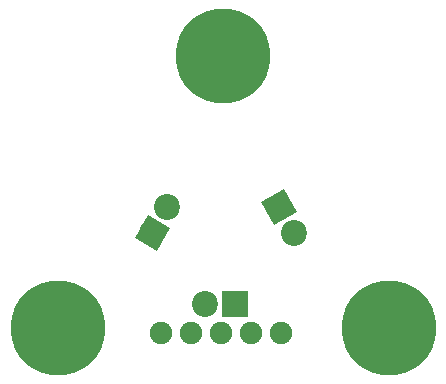
<source format=gbr>
G04 #@! TF.GenerationSoftware,KiCad,Pcbnew,(5.0.0)*
G04 #@! TF.CreationDate,2018-09-04T17:15:42+01:00*
G04 #@! TF.ProjectId,BlinkIR,426C696E6B49522E6B696361645F7063,rev?*
G04 #@! TF.SameCoordinates,Original*
G04 #@! TF.FileFunction,Soldermask,Bot*
G04 #@! TF.FilePolarity,Negative*
%FSLAX46Y46*%
G04 Gerber Fmt 4.6, Leading zero omitted, Abs format (unit mm)*
G04 Created by KiCad (PCBNEW (5.0.0)) date 09/04/18 17:15:42*
%MOMM*%
%LPD*%
G01*
G04 APERTURE LIST*
%ADD10C,1.900000*%
%ADD11C,8.000000*%
%ADD12C,2.200000*%
%ADD13R,2.200000X2.200000*%
%ADD14C,0.100000*%
G04 APERTURE END LIST*
D10*
G04 #@! TO.C,TP1*
X178740000Y-74420000D03*
G04 #@! TD*
G04 #@! TO.C,TP2*
X181280000Y-74420000D03*
G04 #@! TD*
G04 #@! TO.C,TP3*
X186360000Y-74420000D03*
G04 #@! TD*
G04 #@! TO.C,TP4*
X183820000Y-74420000D03*
G04 #@! TD*
G04 #@! TO.C,TP5*
X188900000Y-74420000D03*
G04 #@! TD*
D11*
G04 #@! TO.C,J1*
X184000000Y-51000000D03*
G04 #@! TD*
G04 #@! TO.C,J2*
X170000000Y-74000000D03*
G04 #@! TD*
G04 #@! TO.C,J3*
X198000000Y-74000000D03*
G04 #@! TD*
D12*
G04 #@! TO.C,Q1*
X182460000Y-72000000D03*
D13*
X185000000Y-72000000D03*
G04 #@! TD*
D12*
G04 #@! TO.C,Q2*
X178000000Y-66000000D03*
D14*
G36*
X178402628Y-67502628D02*
X176497372Y-66402628D01*
X177597372Y-64497372D01*
X179502628Y-65597372D01*
X178402628Y-67502628D01*
X178402628Y-67502628D01*
G37*
D12*
X179270000Y-63800295D03*
G04 #@! TD*
G04 #@! TO.C,Q3*
X190000000Y-66000000D03*
X188730000Y-63800295D03*
D14*
G36*
X187227372Y-63397667D02*
X189132628Y-62297667D01*
X190232628Y-64202923D01*
X188327372Y-65302923D01*
X187227372Y-63397667D01*
X187227372Y-63397667D01*
G37*
G04 #@! TD*
M02*

</source>
